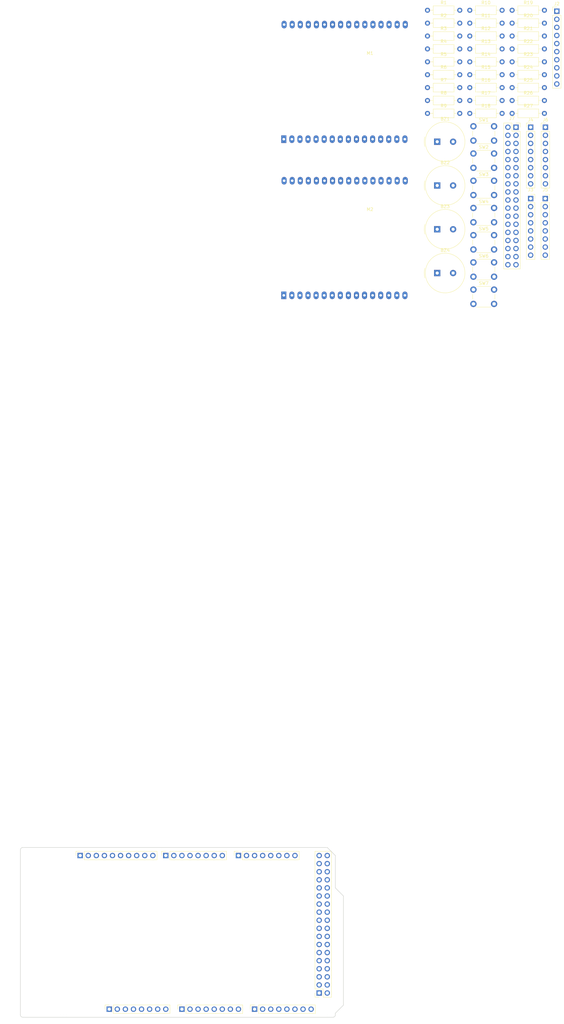
<source format=kicad_pcb>
(kicad_pcb (version 20221018) (generator pcbnew)
  (title_block (date "mar. 31 mars 2015"))
  (layers (0 "F.Cu" signal) (31 "B.Cu" signal) (34 "B.Paste" user) (35 "F.Paste" user) (36 "B.SilkS" user "B.Silkscreen") (37 "F.SilkS" user "F.Silkscreen") (38 "B.Mask" user) (39 "F.Mask" user) (44 "Edge.Cuts" user))
  (net 0 "")
  (net 1 "GND")
  (net 2 "/*52")
  (net 3 "/53")
  (net 4 "/50")
  (net 5 "/51")
  (net 6 "/48")
  (net 7 "/49")
  (net 8 "/*46")
  (net 9 "/47")
  (net 10 "/*44")
  (net 11 "/*45")
  (net 12 "/42")
  (net 13 "/43")
  (net 14 "/40")
  (net 15 "/41")
  (net 16 "/38")
  (net 17 "/39")
  (net 18 "/36")
  (net 19 "/37")
  (net 20 "/34")
  (net 21 "/35")
  (net 22 "/32")
  (net 23 "/33")
  (net 24 "/30")
  (net 25 "/31")
  (net 26 "/28")
  (net 27 "/29")
  (net 28 "/26")
  (net 29 "/27")
  (net 30 "/24")
  (net 31 "/25")
  (net 32 "/22")
  (net 33 "/23")
  (net 34 "+5V")
  (net 35 "/IOREF")
  (net 36 "/A0")
  (net 37 "/A1")
  (net 38 "/A2")
  (net 39 "/A3")
  (net 40 "/A4")
  (net 41 "/A5")
  (net 42 "/A6")
  (net 43 "/A7")
  (net 44 "/A8")
  (net 45 "/A9")
  (net 46 "/A10")
  (net 47 "/A11")
  (net 48 "/A12")
  (net 49 "/A13")
  (net 50 "/A14")
  (net 51 "/A15")
  (net 52 "/AREF")
  (net 53 "/*13")
  (net 54 "/*12")
  (net 55 "/*11")
  (net 56 "/*10")
  (net 57 "/*9")
  (net 58 "/*8")
  (net 59 "/*7")
  (net 60 "/*6")
  (net 61 "/*5")
  (net 62 "/*4")
  (net 63 "/*3")
  (net 64 "/*2")
  (net 65 "/TX0{slash}1")
  (net 66 "/RX0{slash}0")
  (net 67 "+3V3")
  (net 68 "/TX3{slash}14")
  (net 69 "/RX3{slash}15")
  (net 70 "/TX2{slash}16")
  (net 71 "/RX2{slash}17")
  (net 72 "/TX1{slash}18")
  (net 73 "/RX1{slash}19")
  (net 74 "/SDA{slash}20")
  (net 75 "/SCL{slash}21")
  (net 76 "VCC")
  (net 77 "/~{RESET}")
  (net 79 "/1")
  (net 80 "Net-(M1-P_1)")
  (net 81 "Net-(M1-P_2)")
  (net 82 "Net-(M1-P_3)")
  (net 83 "Net-(M1-P_4)")
  (net 84 "Net-(M1-P_5)")
  (net 85 "Net-(M1-P_6)")
  (net 86 "Net-(M1-P_7)")
  (net 87 "Net-(M1-P_8)")
  (net 110 "/21")
  (net 111 "/16")
  (net 112 "/15")
  (net 113 "/14")
  (net 114 "/13")
  (net 115 "/12")
  (net 116 "/11")
  (net 117 "/10")
  (net 118 "/9")
  (net 119 "/8")
  (net 120 "/7")
  (net 121 "/6")
  (net 122 "/5")
  (net 123 "/4")
  (net 124 "/3")
  (net 125 "/2")
  (net 126 "/17")
  (net 127 "/18")
  (net 128 "/19")
  (net 129 "/20")
  (net 152 "Net-(M2-P_1)")
  (net 153 "Net-(M2-P_2)")
  (net 154 "Net-(M2-P_3)")
  (net 155 "Net-(M2-P_4)")
  (net 156 "Net-(M2-P_5)")
  (net 157 "Net-(M2-P_6)")
  (net 158 "Net-(M2-P_7)")
  (net 159 "Net-(M2-P_8)")
  (footprint "Connector_PinSocket_2.54mm:PinSocket_1x08_P2.54mm_Vertical" (layer "F.Cu") (at 259.357 -141.3)
    (fp_text reference "J3" (at 0 -2.77) (layer "F.SilkS"))
    (fp_text value "Analog")
    (pad "1" thru_hole rect (at 0 0) (size 1.7 1.7) (drill 1) (layers "*.Cu" "*.Mask") (net 36 "/A0"))
    (pad "2" thru_hole oval (at 0 2.54) (size 1.7 1.7) (drill 1) (layers "*.Cu" "*.Mask") (net 37 "/A1"))
    (pad "3" thru_hole oval (at 0 5.08) (size 1.7 1.7) (drill 1) (layers "*.Cu" "*.Mask") (net 38 "/A2"))
    (pad "4" thru_hole oval (at 0 7.62) (size 1.7 1.7) (drill 1) (layers "*.Cu" "*.Mask") (net 39 "/A3"))
    (pad "5" thru_hole oval (at 0 10.16) (size 1.7 1.7) (drill 1) (layers "*.Cu" "*.Mask") (net 40 "/A4"))
    (pad "6" thru_hole oval (at 0 12.7) (size 1.7 1.7) (drill 1) (layers "*.Cu" "*.Mask") (net 41 "/A5"))
    (pad "7" thru_hole oval (at 0 15.24) (size 1.7 1.7) (drill 1) (layers "*.Cu" "*.Mask") (net 42 "/A6"))
    (pad "8" thru_hole oval (at 0 17.78) (size 1.7 1.7) (drill 1) (layers "*.Cu" "*.Mask") (net 43 "/A7"))
  )
  (footprint "Resistor_THT:R_Axial_DIN0207_L6.3mm_D2.5mm_P10.16mm_Horizontal" (layer "F.Cu") (at 240.217 -192.35)
    (fp_text reference "R12" (at 5.08 -2.37) (layer "F.SilkS"))
    (fp_text value "220")
    (pad "1" thru_hole circle (at 0 0) (size 1.6 1.6) (drill 0.8) (layers "*.Cu" "*.Mask"))
    (pad "2" thru_hole oval (at 10.16 0) (size 1.6 1.6) (drill 0.8) (layers "*.Cu" "*.Mask"))
  )
  (footprint "Button_Switch_THT:SW_PUSH_6mm_H4.3mm" (layer "F.Cu") (at 241.357 -146.9)
    (fp_text reference "SW3" (at 3.25 -2) (layer "F.SilkS"))
    (fp_text value "SW_Push")
    (pad "1" thru_hole circle (at 0 0 90) (size 2 2) (drill 1.1) (layers "*.Cu" "*.Mask"))
    (pad "1" thru_hole circle (at 6.5 0 90) (size 2 2) (drill 1.1) (layers "*.Cu" "*.Mask"))
    (pad "2" thru_hole circle (at 0 4.5 90) (size 2 2) (drill 1.1) (layers "*.Cu" "*.Mask"))
    (pad "2" thru_hole circle (at 6.5 4.5 90) (size 2 2) (drill 1.1) (layers "*.Cu" "*.Mask"))
  )
  (footprint "Button_Switch_THT:SW_PUSH_6mm_H4.3mm" (layer "F.Cu") (at 241.357 -121.25)
    (fp_text reference "SW6" (at 3.25 -2) (layer "F.SilkS"))
    (fp_text value "SW_Push")
    (pad "1" thru_hole circle (at 0 0 90) (size 2 2) (drill 1.1) (layers "*.Cu" "*.Mask"))
    (pad "1" thru_hole circle (at 6.5 0 90) (size 2 2) (drill 1.1) (layers "*.Cu" "*.Mask"))
    (pad "2" thru_hole circle (at 0 4.5 90) (size 2 2) (drill 1.1) (layers "*.Cu" "*.Mask"))
    (pad "2" thru_hole circle (at 6.5 4.5 90) (size 2 2) (drill 1.1) (layers "*.Cu" "*.Mask"))
  )
  (footprint "Resistor_THT:R_Axial_DIN0207_L6.3mm_D2.5mm_P10.16mm_Horizontal" (layer "F.Cu") (at 226.907 -196.4)
    (fp_text reference "R2" (at 5.08 -2.37) (layer "F.SilkS"))
    (fp_text value "110")
    (pad "1" thru_hole circle (at 0 0) (size 1.6 1.6) (drill 0.8) (layers "*.Cu" "*.Mask") (net 127 "/18"))
    (pad "2" thru_hole oval (at 10.16 0) (size 1.6 1.6) (drill 0.8) (layers "*.Cu" "*.Mask") (net 81 "Net-(M1-P_2)"))
  )
  (footprint "Connector_PinSocket_2.54mm:PinSocket_1x08_P2.54mm_Vertical" (layer "F.Cu") (at 144.577 65.075 90)
    (fp_text reference "J4" hide)
    (fp_text value "PWM")
    (pad "1" thru_hole rect (at 0 0 90) (size 1.7 1.7) (drill 1) (layers "*.Cu" "*.Mask") (net 59 "/*7"))
    (pad "2" thru_hole oval (at 0 2.54 90) (size 1.7 1.7) (drill 1) (layers "*.Cu" "*.Mask") (net 60 "/*6"))
    (pad "3" thru_hole oval (at 0 5.08 90) (size 1.7 1.7) (drill 1) (layers "*.Cu" "*.Mask") (net 61 "/*5"))
    (pad "4" thru_hole oval (at 0 7.62 90) (size 1.7 1.7) (drill 1) (layers "*.Cu" "*.Mask") (net 62 "/*4"))
    (pad "5" thru_hole oval (at 0 10.16 90) (size 1.7 1.7) (drill 1) (layers "*.Cu" "*.Mask") (net 63 "/*3"))
    (pad "6" thru_hole oval (at 0 12.7 90) (size 1.7 1.7) (drill 1) (layers "*.Cu" "*.Mask") (net 64 "/*2"))
    (pad "7" thru_hole oval (at 0 15.24 90) (size 1.7 1.7) (drill 1) (layers "*.Cu" "*.Mask") (net 65 "/TX0{slash}1"))
    (pad "8" thru_hole oval (at 0 17.78 90) (size 1.7 1.7) (drill 1) (layers "*.Cu" "*.Mask") (net 66 "/RX0{slash}0"))
  )
  (footprint "Resistor_THT:R_Axial_DIN0207_L6.3mm_D2.5mm_P10.16mm_Horizontal" (layer "F.Cu") (at 226.907 -192.35)
    (fp_text reference "R3" (at 5.08 -2.37) (layer "F.SilkS"))
    (fp_text value "110")
    (pad "1" thru_hole circle (at 0 0) (size 1.6 1.6) (drill 0.8) (layers "*.Cu" "*.Mask") (net 128 "/19"))
    (pad "2" thru_hole oval (at 10.16 0) (size 1.6 1.6) (drill 0.8) (layers "*.Cu" "*.Mask") (net 82 "Net-(M1-P_3)"))
  )
  (footprint "Button_Switch_THT:SW_PUSH_6mm_H4.3mm" (layer "F.Cu") (at 241.357 -129.8)
    (fp_text reference "SW5" (at 3.25 -2) (layer "F.SilkS"))
    (fp_text value "SW_Push")
    (pad "1" thru_hole circle (at 0 0 90) (size 2 2) (drill 1.1) (layers "*.Cu" "*.Mask"))
    (pad "1" thru_hole circle (at 6.5 0 90) (size 2 2) (drill 1.1) (layers "*.Cu" "*.Mask"))
    (pad "2" thru_hole circle (at 0 4.5 90) (size 2 2) (drill 1.1) (layers "*.Cu" "*.Mask"))
    (pad "2" thru_hole circle (at 6.5 4.5 90) (size 2 2) (drill 1.1) (layers "*.Cu" "*.Mask"))
  )
  (footprint "RGBMatrix:RGBMatrix" (layer "F.Cu") (at 200.807 -177.95)
    (fp_text reference "M1" (at 8 -9 180) (layer "F.SilkS"))
    (fp_text value "RGBMatrix")
    (pad "1" thru_hole rect (at -19.1 18 90) (size 2.4 1.6) (drill 0.8) (layers "*.Cu" "*.Mask") (net 79 "/1"))
    (pad "2" thru_hole oval (at -16.56 18 90) (size 2.4 1.6) (drill 0.8) (layers "*.Cu" "*.Mask") (net 125 "/2"))
    (pad "3" thru_hole oval (at -14.02 18 90) (size 2.4 1.6) (drill 0.8) (layers "*.Cu" "*.Mask") (net 124 "/3"))
    (pad "4" thru_hole oval (at -11.48 18 90) (size 2.4 1.6) (drill 0.8) (layers "*.Cu" "*.Mask") (net 123 "/4"))
    (pad "5" thru_hole oval (at -8.94 18 90) (size 2.4 1.6) (drill 0.8) (layers "*.Cu" "*.Mask") (net 122 "/5"))
    (pad "6" thru_hole oval (at -6.4 18 90) (size 2.4 1.6) (drill 0.8) (layers "*.Cu" "*.Mask") (net 121 "/6"))
    (pad "7" thru_hole oval (at -3.86 18 90) (size 2.4 1.6) (drill 0.8) (layers "*.Cu" "*.Mask") (net 120 "/7"))
    (pad "8" thru_hole oval (at -1.32 18 90) (size 2.4 1.6) (drill 0.8) (layers "*.Cu" "*.Mask") (net 119 "/8"))
    (pad "9" thru_hole oval (at 1.22 18 90) (size 2.4 1.6) (drill 0.8) (layers "*.Cu" "*.Mask") (net 118 "/9"))
    (pad "10" thru_hole oval (at 3.76 18 90) (size 2.4 1.6) (drill 0.8) (layers "*.Cu" "*.Mask") (net 117 "/10"))
    (pad "11" thru_hole oval (at 6.3 18 90) (size 2.4 1.6) (drill 0.8) (layers "*.Cu" "*.Mask") (net 116 "/11"))
    (pad "12" thru_hole oval (at 8.84 18 90) (size 2.4 1.6) (drill 0.8) (layers "*.Cu" "*.Mask") (net 115 "/12"))
    (pad "13" thru_hole oval (at 11.38 18 90) (size 2.4 1.6) (drill 0.8) (layers "*.Cu" "*.Mask") (net 114 "/13"))
    (pad "14" thru_hole oval (at 13.92 18 90) (size 2.4 1.6) (drill 0.8) (layers "*.Cu" "*.Mask") (net 113 "/14"))
    (pad "15" thru_hole oval (at 16.46 18 90) (size 2.4 1.6) (drill 0.8) (layers "*.Cu" "*.Mask") (net 112 "/15"))
    (pad "16" thru_hole oval (at 19 18 90) (size 2.4 1.6) (drill 0.8) (layers "*.Cu" "*.Mask") (net 111 "/16"))
    (pad "17" thru_hole oval (at 19.1 -18 90) (size 2.4 1.6) (drill 0.8) (layers "*.Cu" "*.Mask") (net 80 "Net-(M1-P_1)"))
    (pad "18" thru_hole oval (at 16.56 -18 90) (size 2.4 1.6) (drill 0.8) (layers "*.Cu" "*.Mask") (net 81 "Net-(M1-P_2)"))
    (pad "19" thru_hole oval (at 14.02 -18 90) (size 2.4 1.6) (drill 0.8) (layers "*.Cu" "*.Mask") (net 82 "Net-(M1-P_3)"))
    (pad "20" thru_hole oval (at 11.48 -18 90) (size 2.4 1.6) (drill 0.8) (layers "*.Cu" "*.Mask") (net 83 "Net-(M1-P_4)"))
    (pad "21" thru_hole oval (at 8.94 -18 90) (size 2.4 1.6) (drill 0.8) (layers "*.Cu" "*.Mask") (net 110 "/21"))
    (pad "22" thru_hole oval (at 6.4 -18 90) (size 2.4 1.6) (drill 0.8) (layers "*.Cu" "*.Mask") (net 32 "/22"))
    (pad "23" thru_hole oval (at 3.86 -18 90) (size 2.4 1.6) (drill 0.8) (layers "*.Cu" "*.Mask") (net 33 "/23"))
    (pad "24" thru_hole oval (at 1.32 -18 90) (size 2.4 1.6) (drill 0.8) (layers "*.Cu" "*.Mask") (net 30 "/24"))
    (pad "25" thru_hole oval (at -1.22 -18 90) (size 2.4 1.6) (drill 0.8) (layers "*.Cu" "*.Mask") (net 31 "/25"))
    (pad "26" thru_hole oval (at -3.76 -18 90) (size 2.4 1.6) (drill 0.8) (layers "*.Cu" "*.Mask") (net 28 "/26"))
    (pad "27" thru_hole oval (at -6.3 -18 90) (size 2.4 1.6) (drill 0.8) (layers "*.Cu" "*.Mask") (net 29 "/27"))
    (pad "28" thru_hole oval (at -8.84 -18 90) (size 2.4 1.6) (drill 0.8) (layers "*.Cu" "*.Mask") (net 26 "/28"))
    (pad "29" thru_hole oval (at -11.38 -18 90) (size 2.4 1.6) (drill 0.8) (layers "*.Cu" "*.Mask") (net 84 "Net-(M1-P_5)"))
    (pad "30" thru_hole oval (at -13.92 -18 90) (size 2.4 1.6) (drill 0.8) (layers "*.Cu" "*.Mask") (net 85 "Net-(M1-P_6)"))
    (pad "31" thru_hole oval (at -16.46 -18 90) (size 2.4 1.6) (drill 0.8) (layers "*.Cu" "*.Mask") (net 86 "Net-(M1-P_7)"))
    (pad "32" thru_hole oval (at -19 -18 90) (size 2.4 1.6) (drill 0.8) (layers "*.Cu" "*.Mask") (net 87 "Net-(M1-P_8)"))
  )
  (footprint "Resistor_THT:R_Axial_DIN0207_L6.3mm_D2.5mm_P10.16mm_Horizontal" (layer "F.Cu") (at 253.527 -176.15)
    (fp_text reference "R25" (at 5.08 -2.37) (layer "F.SilkS"))
    (fp_text value "110")
    (pad "1" thru_hole circle (at 0 0) (size 1.6 1.6) (drill 0.8) (layers "*.Cu" "*.Mask") (net 128 "/19"))
    (pad "2" thru_hole oval (at 10.16 0) (size 1.6 1.6) (drill 0.8) (layers "*.Cu" "*.Mask") (net 154 "Net-(M2-P_3)"))
  )
  (footprint "Connector_PinSocket_2.54mm:PinSocket_1x08_P2.54mm_Vertical" (layer "F.Cu") (at 149.657 113.335 90)
    (fp_text reference "J3" hide)
    (fp_text value "Analog")
    (pad "1" thru_hole rect (at 0 0 90) (size 1.7 1.7) (drill 1) (layers "*.Cu" "*.Mask") (net 36 "/A0"))
    (pad "2" thru_hole oval (at 0 2.54 90) (size 1.7 1.7) (drill 1) (layers "*.Cu" "*.Mask") (net 37 "/A1"))
    (pad "3" thru_hole oval (at 0 5.08 90) (size 1.7 1.7) (drill 1) (layers "*.Cu" "*.Mask") (net 38 "/A2"))
    (pad "4" thru_hole oval (at 0 7.62 90) (size 1.7 1.7) (drill 1) (layers "*.Cu" "*.Mask") (net 39 "/A3"))
    (pad "5" thru_hole oval (at 0 10.16 90) (size 1.7 1.7) (drill 1) (layers "*.Cu" "*.Mask") (net 40 "/A4"))
    (pad "6" thru_hole oval (at 0 12.7 90) (size 1.7 1.7) (drill 1) (layers "*.Cu" "*.Mask") (net 41 "/A5"))
    (pad "7" thru_hole oval (at 0 15.24 90) (size 1.7 1.7) (drill 1) (layers "*.Cu" "*.Mask") (net 42 "/A6"))
    (pad "8" thru_hole oval (at 0 17.78 90) (size 1.7 1.7) (drill 1) (layers "*.Cu" "*.Mask") (net 43 "/A7"))
  )
  (footprint "Connector_PinHeader_2.54mm:PinHeader_1x08_P2.54mm_Vertical" (layer "F.Cu") (at 259.357 -163.7)
    (fp_text reference "J4" (at 0 -2.33) (layer "F.SilkS"))
    (fp_text value "PWM")
    (pad "1" thru_hole rect (at 0 0) (size 1.7 1.7) (drill 1) (layers "*.Cu" "*.Mask") (net 59 "/*7"))
    (pad "2" thru_hole oval (at 0 2.54) (size 1.7 1.7) (drill 1) (layers "*.Cu" "*.Mask") (net 60 "/*6"))
    (pad "3" thru_hole oval (at 0 5.08) (size 1.7 1.7) (drill 1) (layers "*.Cu" "*.Mask") (net 61 "/*5"))
    (pad "4" thru_hole oval (at 0 7.62) (size 1.7 1.7) (drill 1) (layers "*.Cu" "*.Mask") (net 62 "/*4"))
    (pad "5" thru_hole oval (at 0 10.16) (size 1.7 1.7) (drill 1) (layers "*.Cu" "*.Mask") (net 63 "/*3"))
    (pad "6" thru_hole oval (at 0 12.7) (size 1.7 1.7) (drill 1) (layers "*.Cu" "*.Mask") (net 64 "/*2"))
    (pad "7" thru_hole oval (at 0 15.24) (size 1.7 1.7) (drill 1) (layers "*.Cu" "*.Mask") (net 65 "/TX0{slash}1"))
    (pad "8" thru_hole oval (at 0 17.78) (size 1.7 1.7) (drill 1) (layers "*.Cu" "*.Mask") (net 66 "/RX0{slash}0"))
  )
  (footprint "Resistor_THT:R_Axial_DIN0207_L6.3mm_D2.5mm_P10.16mm_Horizontal" (layer "F.Cu") (at 253.527 -180.2)
    (fp_text reference "R24" (at 5.08 -2.37) (layer "F.SilkS"))
    (fp_text value "110")
    (pad "1" thru_hole circle (at 0 0) (size 1.6 1.6) (drill 0.8) (layers "*.Cu" "*.Mask") (net 129 "/20"))
    (pad "2" thru_hole oval (at 10.16 0) (size 1.6 1.6) (drill 0.8) (layers "*.Cu" "*.Mask") (net 155 "Net-(M2-P_4)"))
  )
  (footprint "Resistor_THT:R_Axial_DIN0207_L6.3mm_D2.5mm_P10.16mm_Horizontal" (layer "F.Cu") (at 240.217 -180.2)
    (fp_text reference "R15" (at 5.08 -2.37) (layer "F.SilkS"))
    (fp_text value "10k")
    (pad "1" thru_hole circle (at 0 0) (size 1.6 1.6) (drill 0.8) (layers "*.Cu" "*.Mask"))
    (pad "2" thru_hole oval (at 10.16 0) (size 1.6 1.6) (drill 0.8) (layers "*.Cu" "*.Mask"))
  )
  (footprint "Connector_PinSocket_2.54mm:PinSocket_1x08_P2.54mm_Vertical" (layer "F.Cu") (at 263.957 -141.3)
    (fp_text reference "J5" (at 0 -2.77) (layer "F.SilkS"))
    (fp_text value "Analog")
    (pad "1" thru_hole rect (at 0 0) (size 1.7 1.7) (drill 1) (layers "*.Cu" "*.Mask") (net 44 "/A8"))
    (pad "2" thru_hole oval (at 0 2.54) (size 1.7 1.7) (drill 1) (layers "*.Cu" "*.Mask") (net 45 "/A9"))
    (pad "3" thru_hole oval (at 0 5.08) (size 1.7 1.7) (drill 1) (layers "*.Cu" "*.Mask") (net 46 "/A10"))
    (pad "4" thru_hole oval (at 0 7.62) (size 1.7 1.7) (drill 1) (layers "*.Cu" "*.Mask") (net 47 "/A11"))
    (pad "5" thru_hole oval (at 0 10.16) (size 1.7 1.7) (drill 1) (layers "*.Cu" "*.Mask") (net 48 "/A12"))
    (pad "6" thru_hole oval (at 0 12.7) (size 1.7 1.7) (drill 1) (layers "*.Cu" "*.Mask") (net 49 "/A13"))
    (pad "7" thru_hole oval (at 0 15.24) (size 1.7 1.7) (drill 1) (layers "*.Cu" "*.Mask") (net 50 "/A14"))
    (pad "8" thru_hole oval (at 0 17.78) (size 1.7 1.7) (drill 1) (layers "*.Cu" "*.Mask") (net 51 "/A15"))
  )
  (footprint "Arduino_MountingHole:MountingHole_3.2mm" (layer "F.Cu") (at 114.097 65.075)
    (fp_text reference "MH1" hide)
    (fp_text value "MountingHole_3.2mm" hide)
    (pad "" np_thru_hole circle (at 0 0) (size 3.2 3.2) (drill 3.2) (layers "F&B.Cu" "*.Mask"))
  )
  (footprint "Button_Switch_THT:SW_PUSH_6mm_H4.3mm" (layer "F.Cu") (at 241.357 -138.35)
    (fp_text reference "SW4" (at 3.25 -2) (layer "F.SilkS"))
    (fp_text value "SW_Push")
    (pad "1" thru_hole circle (at 0 0 90) (size 2 2) (drill 1.1) (layers "*.Cu" "*.Mask"))
    (pad "1" thru_hole circle (at 6.5 0 90) (size 2 2) (drill 1.1) (layers "*.Cu" "*.Mask"))
    (pad "2" thru_hole circle (at 0 4.5 90) (size 2 2) (drill 1.1) (layers "*.Cu" "*.Mask"))
    (pad "2" thru_hole circle (at 6.5 4.5 90) (size 2 2) (drill 1.1) (layers "*.Cu" "*.Mask"))
  )
  (footprint "Connector_PinHeader_2.54mm:PinHeader_1x08_P2.54mm_Vertical" (layer "F.Cu") (at 264.007 -163.7)
    (fp_text reference "J6" (at 0 -2.33) (layer "F.SilkS"))
    (fp_text value "Communication")
    (pad "1" thru_hole rect (at 0 0) (size 1.7 1.7) (drill 1) (layers "*.Cu" "*.Mask") (net 68 "/TX3{slash}14"))
    (pad "2" thru_hole oval (at 0 2.54) (size 1.7 1.7) (drill 1) (layers "*.Cu" "*.Mask") (net 69 "/RX3{slash}15"))
    (pad "3" thru_hole oval (at 0 5.08) (size 1.7 1.7) (drill 1) (layers "*.Cu" "*.Mask") (net 70 "/TX2{slash}16"))
    (pad "4" thru_hole oval (at 0 7.62) (size 1.7 1.7) (drill 1) (layers "*.Cu" "*.Mask") (net 71 "/RX2{slash}17"))
    (pad "5" thru_hole oval (at 0 10.16) (size 1.7 1.7) (drill 1) (layers "*.Cu" "*.Mask") (net 72 "/TX1{slash}18"))
    (pad "6" thru_hole oval (at 0 12.7) (size 1.7 1.7) (drill 1) (layers "*.Cu" "*.Mask") (net 73 "/RX1{slash}19"))
    (pad "7" thru_hole oval (at 0 15.24) (size 1.7 1.7) (drill 1) (layers "*.Cu" "*.Mask") (net 74 "/SDA{slash}20"))
    (pad "8" thru_hole oval (at 0 17.78) (size 1.7 1.7) (drill 1) (layers "*.Cu" "*.Mask") (net 75 "/SCL{slash}21"))
  )
  (footprint "Connector_PinHeader_2.54mm:PinHeader_1x10_P2.54mm_Vertical" (layer "F.Cu") (at 267.587 -200.15)
    (fp_text reference "J2" (at 0 -2.33) (layer "F.SilkS"))
    (fp_text value "PWM")
    (pad "1" thru_hole rect (at 0 0) (size 1.7 1.7) (drill 1) (layers "*.Cu" "*.Mask") (net 75 "/SCL{slash}21"))
    (pad "2" thru_hole oval (at 0 2.54) (size 1.7 1.7) (drill 1) (layers "*.Cu" "*.Mask") (net 74 "/SDA{slash}20"))
    (pad "3" thru_hole oval (at 0 5.08) (size 1.7 1.7) (drill 1) (layers "*.Cu" "*.Mask") (net 52 "/AREF"))
    (pad "4" thru_hole oval (at 0 7.62) (size 1.7 1.7) (drill 1) (layers "*.Cu" "*.Mask") (net 1 "GND"))
    (pad "5" thru_hole oval (at 0 10.16) (size 1.7 1.7) (drill 1) (layers "*.Cu" "*.Mask") (net 53 "/*13"))
    (pad "6" thru_hole oval (at 0 12.7) (size 1.7 1.7) (drill 1) (layers "*.Cu" "*.Mask") (net 54 "/*12"))
    (pad "7" thru_hole oval (at 0 15.24) (size 1.7 1.7) (drill 1) (layers "*.Cu" "*.Mask") (net 55 "/*11"))
    (pad "8" thru_hole oval (at 0 17.78) (size 1.7 1.7) (drill 1) (layers "*.Cu" "*.Mask") (net 56 "/*10"))
    (pad "9" thru_hole oval (at 0 20.32) (size 1.7 1.7) (drill 1) (layers "*.Cu" "*.Mask") (net 57 "/*9"))
    (pad "10" thru_hole oval (at 0 22.86) (size 1.7 1.7) (drill 1) (layers "*.Cu" "*.Mask") (net 58 "/*8"))
  )
  (footprint "Connector_PinSocket_2.54mm:PinSocket_1x10_P2.54mm_Vertical" (layer "F.Cu") (at 117.653 65.075 90)
    (fp_text reference "J2" hide)
    (fp_text value "PWM")
    (pad "1" thru_hole rect (at 0 0 90) (size 1.7 1.7) (drill 1) (layers "*.Cu" "*.Mask") (net 75 "/SCL{slash}21"))
    (pad "2" thru_hole oval (at 0 2.54 90) (size 1.7 1.7) (drill 1) (layers "*.Cu" "*.Mask") (net 74 "/SDA{slash}20"))
    (pad "3" thru_hole oval (at 0 5.08 90) (size 1.7 1.7) (drill 1) (layers "*.Cu" "*.Mask") (net 52 "/AREF"))
    (pad "4" thru_hole oval (at 0 7.62 90) (size 1.7 1.7) (drill 1) (layers "*.Cu" "*.Mask") (net 1 "GND"))
    (pad "5" thru_hole oval (at 0 10.16 90) (size 1.7 1.7) (drill 1) (layers "*.Cu" "*.Mask") (net 53 "/*13"))
    (pad "6" thru_hole oval (at 0 12.7 90) (size 1.7 1.7) (drill 1) (layers "*.Cu" "*.Mask") (net 54 "/*12"))
    (pad "7" thru_hole oval (at 0 15.24 90) (size 1.7 1.7) (drill 1) (layers "*.Cu" "*.Mask") (net 55 "/*11"))
    (pad "8" thru_hole oval (at 0 17.78 90) (size 1.7 1.7) (drill 1) (layers "*.Cu" "*.Mask") (net 56 "/*10"))
    (pad "9" thru_hole oval (at 0 20.32 90) (size 1.7 1.7) (drill 1) (layers "*.Cu" "*.Mask") (net 57 "/*9"))
    (pad "10" thru_hole oval (at 0 22.86 90) (size 1.7 1.7) (drill 1) (layers "*.Cu" "*.Mask") (net 58 "/*8"))
  )
  (footprint "Resistor_THT:R_Axial_DIN0207_L6.3mm_D2.5mm_P10.16mm_Horizontal" (layer "F.Cu") (at 226.907 -172.1)
    (fp_text reference "R8" (at 5.08 -2.37) (layer "F.SilkS"))
    (fp_text value "110")
    (pad "1" thru_hole circle (at 0 0) (size 1.6 1.6) (drill 0.8) (layers "*.Cu" "*.Mask") (net 22 "/32"))
    (pad "2" thru_hole oval (at 10.16 0) (size 1.6 1.6) (drill 0.8) (layers "*.Cu" "*.Mask") (net 87 "Net-(M1-P_8)"))
  )
  (footprint "Resistor_THT:R_Axial_DIN0207_L6.3mm_D2.5mm_P10.16mm_Horizontal" (layer "F.Cu") (at 240.217 -200.45)
    (fp_text reference "R10" (at 5.08 -2.37) (layer "F.SilkS"))
    (fp_text value "220")
    (pad "1" thru_hole circle (at 0 0) (size 1.6 1.6) (drill 0.8) (layers "*.Cu" "*.Mask"))
    (pad "2" thru_hole oval (at 10.16 0) (size 1.6 1.6) (drill 0.8) (layers "*.Cu" "*.Mask"))
  )
  (footprint "Resistor_THT:R_Axial_DIN0207_L6.3mm_D2.5mm_P10.16mm_Horizontal" (layer "F.Cu") (at 240.217 -184.25)
    (fp_text reference "R14" (at 5.08 -2.37) (layer "F.SilkS"))
    (fp_text value "10k")
    (pad "1" thru_hole circle (at 0 0) (size 1.6 1.6) (drill 0.8) (layers "*.Cu" "*.Mask"))
    (pad "2" thru_hole oval (at 10.16 0) (size 1.6 1.6) (drill 0.8) (layers "*.Cu" "*.Mask"))
  )
  (footprint "RGBMatrix:RGBMatrix" (layer "F.Cu") (at 200.807 -128.9)
    (fp_text reference "M2" (at 8 -9 180) (layer "F.SilkS"))
    (fp_text value "RGBMatrix")
    (pad "1" thru_hole rect (at -19.1 18 90) (size 2.4 1.6) (drill 0.8) (layers "*.Cu" "*.Mask") (net 79 "/1"))
    (pad "2" thru_hole oval (at -16.56 18 90) (size 2.4 1.6) (drill 0.8) (layers "*.Cu" "*.Mask") (net 125 "/2"))
    (pad "3" thru_hole oval (at -14.02 18 90) (size 2.4 1.6) (drill 0.8) (layers "*.Cu" "*.Mask") (net 124 "/3"))
    (pad "4" thru_hole oval (at -11.48 18 90) (size 2.4 1.6) (drill 0.8) (layers "*.Cu" "*.Mask") (net 123 "/4"))
    (pad "5" thru_hole oval (at -8.94 18 90) (size 2.4 1.6) (drill 0.8) (layers "*.Cu" "*.Mask") (net 122 "/5"))
    (pad "6" thru_hole oval (at -6.4 18 90) (size 2.4 1.6) (drill 0.8) (layers "*.Cu" "*.Mask") (net 121 "/6"))
    (pad "7" thru_hole oval (at -3.86 18 90) (size 2.4 1.6) (drill 0.8) (layers "*.Cu" "*.Mask") (net 120 "/7"))
    (pad "8" thru_hole oval (at -1.32 18 90) (size 2.4 1.6) (drill 0.8) (layers "*.Cu" "*.Mask") (net 119 "/8"))
    (pad "9" thru_hole oval (at 1.22 18 90) (size 2.4 1.6) (drill 0.8) (layers "*.Cu" "*.Mask") (net 118 "/9"))
    (pad "10" thru_hole oval (at 3.76 18 90) (size 2.4 1.6) (drill 0.8) (layers "*.Cu" "*.Mask") (net 117 "/10"))
    (pad "11" thru_hole oval (at 6.3 18 90) (size 2.4 1.6) (drill 0.8) (layers "*.Cu" "*.Mask") (net 116 "/11"))
    (pad "12" thru_hole oval (at 8.84 18 90) (size 2.4 1.6) (drill 0.8) (layers "*.Cu" "*.Mask") (net 115 "/12"))
    (pad "13" thru_hole oval (at 11.38 18 90) (size 2.4 1.6) (drill 0.8) (layers "*.Cu" "*.Mask") (net 114 "/13"))
    (pad "14" thru_hole oval (at 13.92 18 90) (size 2.4 1.6) (drill 0.8) (layers "*.Cu" "*.Mask") (net 113 "/14"))
    (pad "15" thru_hole oval (at 16.46 18 90) (size 2.4 1.6) (drill 0.8) (layers "*.Cu" "*.Mask") (net 112 "/15"))
    (pad "16" thru_hole oval (at 19 18 90) (size 2.4 1.6) (drill 0.8) (layers "*.Cu" "*.Mask") (net 111 "/16"))
    (pad "17" thru_hole oval (at 19.1 -18 90) (size 2.4 1.6) (drill 0.8) (layers "*.Cu" "*.Mask") (net 152 "Net-(M2-P_1)"))
    (pad "18" thru_hole oval (at 16.56 -18 90) (size 2.4 1.6) (drill 0.8) (layers "*.Cu" "*.Mask") (net 153 "Net-(M2-P_2)"))
    (pad "19" thru_hole oval (at 14.02 -18 90) (size 2.4 1.6) (drill 0.8) (layers "*.Cu" "*.Mask") (net 154 "Net-(M2-P_3)"))
    (pad "20" thru_hole oval (at 11.48 -18 90) (size 2.4 1.6) (drill 0.8) (layers "*.Cu" "*.Mask") (net 155 "Net-(M2-P_4)"))
    (pad "21" thru_hole oval (at 8.94 -18 90) (size 2.4 1.6) (drill 0.8) (layers "*.Cu" "*.Mask") (net 110 "/21"))
    (pad "22" thru_hole oval (at 6.4 -18 90) (size 2.4 1.6) (drill 0.8) (layers "*.Cu" "*.Mask") (net 32 "/22"))
    (pad "23" thru_hole oval (at 3.86 -18 90) (size 2.4 1.6) (drill 0.8) (layers "*.Cu" "*.Mask") (net 33 "/23"))
    (pad "24" thru_hole oval (at 1.32 -18 90) (size 2.4 1.6) (drill 0.8) (layers "*.Cu" "*.Mask") (net 30 "/24"))
    (pad "25" thru_hole oval (at -1.22 -18 90) (size 2.4 1.6) (drill 0.8) (layers "*.Cu" "*.Mask") (net 31 "/25"))
    (pad "26" thru_hole oval (at -3.76 -18 90) (size 2.4 1.6) (drill 0.8) (layers "*.Cu" "*.Mask") (net 28 "/26"))
    (pad "27" thru_hole oval (at -6.3 -18 90) (size 2.4 1.6) (drill 0.8) (layers "*.Cu" "*.Mask") (net 29 "/27"))
    (pad "28" thru_hole oval (at -8.84 -18 90) (size 2.4 1.6) (drill 0.8) (layers "*.Cu" "*.Mask") (net 26 "/28"))
    (pad "29" thru_hole oval (at -11.38 -18 90) (size 2.4 1.6) (drill 0.8) (layers "*.Cu" "*.Mask") (net 156 "Net-(M2-P_5)"))
    (pad "30" thru_hole oval (at -13.92 -18 90) (size 2.4 1.6) (drill 0.8) (layers "*.Cu" "*.Mask") (net 157 "Net-(M2-P_6)"))
    (pad "31" thru_hole oval (at -16.46 -18 90) (size 2.4 1.6) (drill 0.8) (layers "*.Cu" "*.Mask") (net 158 "Net-(M2-P_7)"))
    (pad "32" thru_hole oval (at -19 -18 90) (size 2.4 1.6) (drill 0.8) (layers "*.Cu" "*.Mask") (net 159 "Net-(M2-P_8)"))
  )
  (footprint "Buzzer_Beeper:Buzzer_TDK_PS1240P02BT_D12.2mm_H6.5mm" (layer "F.Cu") (at 229.965431 -117.9)
    (fp_text reference "BZ4" (at 2.5 -7.17) (layer "F.SilkS"))
    (fp_text value "Passive Buzzer")
    (pad "1" thru_hole rect (at 0 0) (size 2 2) (drill 1) (layers "*.Cu" "*.Mask"))
    (pad "2" thru_hole circle (at 5 0) (size 2 2) (drill 1) (layers "*.Cu" "*.Mask"))
  )
  (footprint "Button_Switch_THT:SW_PUSH_6mm_H4.3mm" (layer "F.Cu") (at 241.357 -112.7)
    (fp_text reference "SW7" (at 3.25 -2) (layer "F.SilkS"))
    (fp_text value "SW_Push")
    (pad "1" thru_hole circle (at 0 0 90) (size 2 2) (drill 1.1) (layers "*.Cu" "*.Mask"))
    (pad "1" thru_hole circle (at 6.5 0 90) (size 2 2) (drill 1.1) (layers "*.Cu" "*.Mask"))
    (pad "2" thru_hole circle (at 0 4.5 90) (size 2 2) (drill 1.1) (layers "*.Cu" "*.Mask"))
    (pad "2" thru_hole circle (at 6.5 4.5 90) (size 2 2) (drill 1.1) (layers "*.Cu" "*.Mask"))
  )
  (footprint "Resistor_THT:R_Axial_DIN0207_L6.3mm_D2.5mm_P10.16mm_Horizontal" (layer "F.Cu") (at 253.527 -172.1)
    (fp_text reference "R26" (at 5.08 -2.37) (layer "F.SilkS"))
    (fp_text value "110")
    (pad "1" thru_hole circle (at 0 0) (size 1.6 1.6) (drill 0.8) (layers "*.Cu" "*.Mask") (net 127 "/18"))
    (pad "2" thru_hole oval (at 10.16 0) (size 1.6 1.6) (drill 0.8) (layers "*.Cu" "*.Mask") (net 153 "Net-(M2-P_2)"))
  )
  (footprint "Resistor_THT:R_Axial_DIN0207_L6.3mm_D2.5mm_P10.16mm_Horizontal" (layer "F.Cu") (at 253.527 -196.4)
    (fp_text reference "R20" (at 5.08 -2.37) (layer "F.SilkS"))
    (fp_text value "110")
    (pad "1" thru_hole circle (at 0 0) (size 1.6 1.6) (drill 0.8) (layers "*.Cu" "*.Mask") (net 22 "/32"))
    (pad "2" thru_hole oval (at 10.16 0) (size 1.6 1.6) (drill 0.8) (layers "*.Cu" "*.Mask") (net 159 "Net-(M2-P_8)"))
  )
  (footprint "Resistor_THT:R_Axial_DIN0207_L6.3mm_D2.5mm_P10.16mm_Horizontal" (layer "F.Cu") (at 240.217 -188.3)
    (fp_text reference "R13" (at 5.08 -2.37) (layer "F.SilkS"))
    (fp_text value "10k")
    (pad "1" thru_hole circle (at 0 0) (size 1.6 1.6) (drill 0.8) (layers "*.Cu" "*.Mask"))
    (pad "2" thru_hole oval (at 10.16 0) (size 1.6 1.6) (drill 0.8) (layers "*.Cu" "*.Mask"))
  )
  (footprint "Buzzer_Beeper:Buzzer_TDK_PS1240P02BT_D12.2mm_H6.5mm" (layer "F.Cu") (at 229.965431 -131.65)
    (fp_text reference "BZ3" (at 2.5 -7.17) (layer "F.SilkS"))
    (fp_text value "Passive Buzzer")
    (pad "1" thru_hole rect (at 0 0) (size 2 2) (drill 1) (layers "*.Cu" "*.Mask"))
    (pad "2" thru_hole circle (at 5 0) (size 2 2) (drill 1) (layers "*.Cu" "*.Mask"))
  )
  (footprint "Connector_PinSocket_2.54mm:PinSocket_1x08_P2.54mm_Vertical" (layer "F.Cu") (at 167.437 65.075 90)
    (fp_text reference "J6" hide)
    (fp_text value "Communication")
    (pad "1" thru_hole rect (at 0 0 90) (size 1.7 1.7) (drill 1) (layers "*.Cu" "*.Mask") (net 68 "/TX3{slash}14"))
    (pad "2" thru_hole oval (at 0 2.54 90) (size 1.7 1.7) (drill 1) (layers "*.Cu" "*.Mask") (net 69 "/RX3{slash}15"))
    (pad "3" thru_hole oval (at 0 5.08 90) (size 1.7 1.7) (drill 1) (layers "*.Cu" "*.Mask") (net 70 "/TX2{slash}16"))
    (pad "4" thru_hole oval (at 0 7.62 90) (size 1.7 1.7) (drill 1) (layers "*.Cu" "*.Mask") (net 71 "/RX2{slash}17"))
    (pad "5" thru_hole oval (at 0 10.16 90) (size 1.7 1.7) (drill 1) (layers "*.Cu" "*.Mask") (net 72 "/TX1{slash}18"))
    (pad "6" thru_hole oval (at 0 12.7 90) (size 1.7 1.7) (drill 1) (layers "*.Cu" "*.Mask") (net 73 "/RX1{slash}19"))
    (pad "7" thru_hole oval (at 0 15.24 90) (size 1.7 1.7) (drill 1) (layers "*.Cu" "*.Mask") (net 74 "/SDA{slash}20"))
    (pad "8" thru_hole oval (at 0 17.78 90) (size 1.7 1.7) (drill 1) (layers "*.Cu" "*.Mask") (net 75 "/SCL{slash}21"))
  )
  (footprint "Connector_PinSocket_2.54mm:PinSocket_2x18_P2.54mm_Vertical" (layer "F.Cu") (at 192.837 108.255 180)
    (fp_text reference "J7" hide)
    (fp_text value "Digital")
    (pad "1" thru_hole rect (at 0 0 180) (size 1.7 1.7) (drill 1) (layers "*.Cu" "*.Mask") (net 1 "GND"))
    (pad "2" thru_hole oval (at -2.54 0 180) (size 1.7 1.7) (drill 1) (layers "*.Cu" "*.Mask") (net 1 "GND"))
    (pad "3" thru_hole oval (at 0 2.54 180) (size 1.7 1.7) (drill 1) (layers "*.Cu" "*.Mask") (net 2 "/*52"))
    (pad "4" thru_hole oval (at -2.54 2.54 180) (size 1.7 1.7) (drill 1) (layers "*.Cu" "*.Mask") (net 3 "/53"))
    (pad "5" thru_hole oval (at 0 5.08 180) (size 1.7 1.7) (drill 1) (layers "*.Cu" "*.Mask") (net 4 "/50"))
    (pad "6" thru_hole oval (at -2.54 5.08 180) (size 1.7 1.7) (drill 1) (layers "*.Cu" "*.Mask") (net 5 "/51"))
    (pad "7" thru_hole oval (at 0 7.62 180) (size 1.7 1.7) (drill 1) (layers "*.Cu" "*.Mask") (net 6 "/48"))
    (pad "8" thru_hole oval (at -2.54 7.62 180) (size 1.7 1.7) (drill 1) (layers "*.Cu" "*.Mask") (net 7 "/49"))
    (pad "9" thru_hole oval (at 0 10.16 180) (size 1.7 1.7) (drill 1) (layers "*.Cu" "*.Mask") (net 8 "/*46"))
    (pad "10" thru_hole oval (at -2.54 10.16 180) (size 1.7 1.7) (drill 1) (layers "*.Cu" "*.Mask") (net 9 "/47"))
    (pad "11" thru_hole oval (at 0 12.7 180) (size 1.7 1.7) (drill 1) (layers "*.Cu" "*.Mask") (net 10 "/*44"))
    (pad "12" thru_hole oval (at -2.54 12.7 180) (size 1.7 1.7) (drill 1) (layers "*.Cu" "*.Mask") (net 11 "/*45"))
    (pad "13" thru_hole oval (at 0 15.24 180) (size 1.7 1.7) (drill 1) (layers "*.Cu" "*.Mask") (net 12 "/42"))
    (pad "14" thru_hole oval (at -2.54 15.24 180) (size 1.7 1.7) (drill 1) (layers "*.Cu" "*.Mask") (net 13 "/43"))
    (pad "15" thru_hole oval (at 0 17.78 180) (size 1.7 1.7) (drill 1) (layers "*.Cu" "*.Mask") (net 14 "/40"))
    (pad "16" thru_hole oval (at -2.54 17.78 180) (size 1.7 1.7) (drill 1) (layers "*.Cu" "*.Mask") (net 15 "/41"))
    (pad "17" thru_hole oval (at 0 20.32 180) (size 1.7 1.7) (drill 1) (layers "*.Cu" "*.Mask") (net 16 "/38"))
    (pad "18" thru_hole oval (at -2.54 20.32 180) (size 1.7 1.7) (drill 1) (layers "*.Cu" "*.Mask") (net 17 "/39"))
    (pad "19" thru_hole oval (at 0 22.86 180) (size 1.7 1.7) (drill 1) (layers "*.Cu" "*.Mask") (net 18 "/36"))
    (pad "20" thru_hole oval (at -2.54 22.86 180) (size 1.7 1.7) (drill 1) (layers "*.Cu" "*.Mask") (net 19 "/37"))
    (pad "21" thru_hole oval (at 0 25.4 180) (size 1.7 1.7) (drill 1) (layers "*.Cu" "*.Mask") (net 20 "/34"))
    (pad "22" thru_hole oval (at -2.54 25.4 180) (size 1.7 1.7) (drill 1) (layers "*.Cu" "*.Mask") (net 21 "/35"))
    (pad "23" thru_hole oval (at 0 27.94 180) (size 1.7 1.7) (drill 1) (layers "*.Cu" "*.Mask") (net 22 "/32"))
    (pad "24" thru_hole oval (at -2.54 27.94 180) (size 1.7 1.7) (drill 1) (layers "*.Cu" "*.Mask") (net 23 "/33"))
    (pad "25" thru_hole oval (at 0 30.48 180) (size 1.7 1.7) (drill 1) (layers "*.Cu" "*.Mask") (net 24 "/30"))
    (pad "26" thru_hole oval (at -2.54 30.48 180) (size 1.7 1.7) (drill 1) (layers "*.Cu" "*.Mask") (net 25 "/31"))
    (pad "27" thru_hole oval (at 0 33.02 180) (size 1.7 1.7) (drill 1) (layers "*.Cu" "*.Mask") (net 26 "/28"))
    (pad "28" thru_hole oval (at -2.54 33.02 180) (size 1.7 1.7) (drill 1) (layers "*.Cu" "*.Mask") (net 27 "/29"))
    (pad "29" thru_hole oval (at 0 35.56 180) (size 1.7 1.7) (drill 1) (layers "*.Cu" "*.Mask") (net 28 "/26"))
    (pad "30" thru_hole oval (at -2.54 35.56 180) (size 1.7 1.7) (drill 1) (layers "*.Cu" "*.Mask") (net 29 "/27"))
    (pad "31" thru_hole oval (at 0 38.1 180) (size 1.7 1.7) (drill 1) (layers "*.Cu" "*.Mask") (net 30 "/24"))
    (pad "32" thru_hole oval (at -2.54 38.1 180) (size 1.7 1.7) (drill 1) (layers "*.Cu" "*.Mask") (net 31 "/25"))
    (pad "33" thru_hole oval (at 0 40.64 180) (size 1.7 1.7) (drill 1) (layers "*.Cu" "*.Mask") (net 32 "/22"))
    (pad "34" thru_hole oval (at -2.54 40.64 180) (size 1.7 1.7) (drill 1) (layers "*.Cu" "*.Mask") (net 33 "/23"))
    (pad "35" thru_hole oval (at 0 43.18 180) (size 1.7 1.7) (drill 1) (layers "*.Cu" "*.Mask") (net 34 "+5V"))
    (pad "36" thru_hole oval (at -2.54 43.18 180) (size 1.7 1.7) (drill 1) (layers "*.Cu" "*.Mask") (net 34 "+5V"))
  )
  (footprint "Arduino_MountingHole:MountingHole_3.2mm" (layer "F.Cu") (at 189.027 65.075)
    (fp_text reference "MH5" hide)
    (fp_text value "MountingHole_3.2mm" hide)
    (pad "" np_thru_hole circle (at 0 0) (size 3.2 3.2) (drill 3.2) (layers "F&B.Cu" "*.Mask"))
  )
  (footprint "Resistor_THT:R_Axial_DIN0207_L6.3mm_D2.5mm_P10.16mm_Horizontal" (layer "F.Cu") (at 240.217 -196.4)
    (fp_text reference "R11" (at 5.08 -2.37) (layer "F.SilkS"))
    (fp_text value "220")
    (pad "1" thru_hole circle (at 0 0) (size 1.6 1.6) (drill 0.8) (layers "*.Cu" "*.Mask"))
    (pad "2" thru_hole oval (at 10.16 0) (size 1.6 1.6) (drill 0.8) (layers "*.Cu" "*.Mask"))
  )
  (footprint "Buzzer_Beeper:Buzzer_TDK_PS1240P02BT_D12.2mm_H6.5mm" (layer "F.Cu") (at 229.965431 -159.15)
    (fp_text reference "BZ1" (at 2.5 -7.17) (layer "F.SilkS"))
    (fp_text value "Passive Buzzer")
    (pad "1" thru_hole rect (at 0 0) (size 2 2) (drill 1) (layers "*.Cu" "*.Mask"))
    (pad "2" thru_hole circle (at 5 0) (size 2 2) (drill 1) (layers "*.Cu" "*.Mask"))
  )
  (footprint "Resistor_THT:R_Axial_DIN0207_L6.3mm_D2.5mm_P10.16mm_Horizontal" (layer "F.Cu") (at 240.217 -168.05)
    (fp_text reference "R18" (at 5.08 -2.37) (layer "F.SilkS"))
    (fp_text value "10k")
    (pad "1" thru_hole circle (at 0 0) (size 1.6 1.6) (drill 0.8) (layers "*.Cu" "*.Mask"))
    (pad "2" thru_hole oval (at 10.16 0) (size 1.6 1.6) (drill 0.8) (layers "*.Cu" "*.Mask"))
  )
  (footprint "Connector_PinSocket_2.54mm:PinSocket_2x18_P2.54mm_Vertical" (layer "F.Cu") (at 254.747 -163.7)
    (fp_text reference "J7" (at -1.27 -2.77) (layer "F.SilkS"))
    (fp_text value "Digital")
    (pad "1" thru_hole rect (at 0 0) (size 1.7 1.7) (drill 1) (layers "*.Cu" "*.Mask") (net 1 "GND"))
    (pad "2" thru_hole oval (at -2.54 0) (size 1.7 1.7) (drill 1) (layers "*.Cu" "*.Mask") (net 1 "GND"))
    (pad "3" thru_hole oval (at 0 2.54) (size 1.7 1.7) (drill 1) (layers "*.Cu" "*.Mask") (net 2 "/*52"))
    (pad "4" thru_hole oval (at -2.54 2.54) (size 1.7 1.7) (drill 1) (layers "*.Cu" "*.Mask") (net 3 "/53"))
    (pad "5" thru_hole oval (at 0 5.08) (size 1.7 1.7) (drill 1) (layers "*.Cu" "*.Mask") (net 4 "/50"))
    (pad "6" thru_hole oval (at -2.54 5.08) (size 1.7 1.7) (drill 1) (layers "*.Cu" "*.Mask") (net 5 "/51"))
    (pad "7" thru_hole oval (at 0 7.62) (size 1.7 1.7) (drill 1) (layers "*.Cu" "*.Mask") (net 6 "/48"))
    (pad "8" thru_hole oval (at -2.54 7.62) (size 1.7 1.7) (drill 1) (layers "*.Cu" "*.Mask") (net 7 "/49"))
    (pad "9" thru_hole oval (at 0 10.16) (size 1.7 1.7) (drill 1) (layers "*.Cu" "*.Mask") (net 8 "/*46"))
    (pad "10" thru_hole oval (at -2.54 10.16) (size 1.7 1.7) (drill 1) (layers "*.Cu" "*.Mask") (net 9 "/47"))
    (pad "11" thru_hole oval (at 0 12.7) (size 1.7 1.7) (drill 1) (layers "*.Cu" "*.Mask") (net 10 "/*44"))
    (pad "12" thru_hole oval (at -2.54 12.7) (size 1.7 1.7) (drill 1) (layers "*.Cu" "*.Mask") (net 11 "/*45"))
    (pad "13" thru_hole oval (at 0 15.24) (size 1.7 1.7) (drill 1) (layers "*.Cu" "*.Mask") (net 12 "/42"))
    (pad "14" thru_hole oval (at -2.54 15.24) (size 1.7 1.7) (drill 1) (layers "*.Cu" "*.Mask") (net 13 "/43"))
    (pad "15" thru_hole oval (at 0 17.78) (size 1.7 1.7) (drill 1) (layers "*.Cu" "*.Mask") (net 14 "/40"))
    (pad "16" thru_hole oval (at -2.54 17.78) (size 1.7 1.7) (drill 1) (layers "*.Cu" "*.Mask") (net 15 "/41"))
    (pad "17" thru_hole oval (at 0 20.32) (size 1.7 1.7) (drill 1) (layers "*.Cu" "*.Mask") (net 16 "/38"))
    (pad "18" thru_hole oval (at -2.54 20.32) (size 1.7 1.7) (drill 1) (layers "*.Cu" "*.Mask") (net 17 "/39"))
    (pad "19" thru_hole oval (at 0 22.86) (size 1.7 1.7) (drill 1) (layers "*.Cu" "*.Mask") (net 18 "/36"))
    (pad "20" thru_hole oval (at -2.54 22.86) (size 1.7 1.7) (drill 1) (layers "*.Cu" "*.Mask") (net 19 "/37"))
    (pad "21" thru_hole oval (at 0 25.4) (size 1.7 1.7) (drill 1) (layers "*.Cu" "*.Mask") (net 20 "/34"))
    (pad "22" thru_hole oval (at -2.54 25.4) (size 1.7 1.7) (drill 1) (layers "*.Cu" "*.Mask") (net 21 "/35"))
    (pad "23" thru_hole oval (at 0 27.94) (size 1.7 1.7) (drill 1) (layers "*.Cu" "*.Mask") (net 22 "/32"))
    (pad "24" thru_hole oval (at -2.54 27.94) (size 1.7 1.7) (drill 1) (layers "*.Cu" "*.Mask") (net 23 "/33"))
    (pad "25" thru_hole oval (at 0 30.48) (size 1.7 1.7) (drill 1) (layers "*.Cu" "*.Mask") (net 24 "/30"))
    (pad "26" thru_hole oval (at -2.54 30.48) (size 1.7 1.7) (drill 1) (layers "*.Cu" "*.Mask") (net 25 "/31"))
    (pad "27" thru_hole oval (at 0 33.02) (size 1.7 1.7) (drill 1) (layers "*.Cu" "*.Mask") (net 26 "/28"))
    (pad "28" thru_hole oval (at -2.54 33.02) (size 1.7 1.7) (drill 1) (layers "*.Cu" "*.Mask") (net 27 "/29"))
    (pad "29" thru_hole oval (at 0 35.56) (size 1.7 1.7) (drill 1) (layers "*.Cu" "*.Mask") (net 28 "/26"))
    (pad "30" thru_hole oval (at -2.54 35.56) (size 1.7 1.7) (drill 1) (layers "*.Cu" "*.Mask") (net 29 "/27"))
    (pad "31" thru_hole oval (at 0 38.1) (size 1.7 1.7) (drill 1) (layers "*.Cu" "*.Mask") (net 30 "/24"))
    (pad "32" thru_hole oval (at -2.54 38.1) (size 1.7 1.7) (drill 1) (layers "*.Cu" "*.Mask") (net 31 "/25"))
    (pad "33" thru_hole oval (at 0 40.64) (size 1.7 1.7) (drill 1) (layers "*.Cu" "*.Mask") (net 32 "/22"))
    (pad "34" thru_hole oval (at -2.54 40.64) (size 1.7 1.7) (drill 1) (layers "*.Cu" "*.Mask") (net 33 "/23"))
    (pad "35" thru_hole oval (at 0 43.18) (size 1.7 1.7) (drill 1) (layers "*.Cu" "*.Mask") (net 34 "+5V"))
    (pad "36" thru_hole oval (at -2.54 43.18) (size 1.7 1.7) (drill 1) (layers "*.Cu" "*.Mask") (net 34 "+5V"))
  )
  (footprint "Resistor_THT:R_Axial_DIN0207_L6.3mm_D2.5mm_P10.16mm_Horizontal" (layer "F.Cu") (at 253.527 -168.05)
    (fp_text reference "R27" (at 5.08 -2.37) (layer "F.SilkS"))
    (fp_text value "110")
    (pad "1" thru_hole circle (at 0 0) (size 1.6 1.6) (drill 0.8) (layers "*.Cu" "*.Mask") (net 126 "/17"))
    (pad "2" thru_hole oval (at 10.16 0) (size 1.6 1.6) (drill 0.8) (layers "*.Cu" "*.Mask") (net 152 "Net-(M2-P_1)"))
  )
  (footprint "Resistor_THT:R_Axial_DIN0207_L6.3mm_D2.5mm_P10.16mm_Horizontal" (layer "F.Cu") (at 253.527 -200.45)
    (fp_text reference "R19" (at 5.08 -2.37) (layer "F.SilkS"))
    (fp_text value "10k")
    (pad "1" thru_hole circle (at 0 0) (size 1.6 1.6) (drill 0.8) (layers "*.Cu" "*.Mask"))
    (pad "2" thru_hole oval (at 10.16 0) (size 1.6 1.6) (drill 0.8) (layers "*.Cu" "*.Mask"))
  )
  (footprint "Resistor_THT:R_Axial_DIN0207_L6.3mm_D2.5mm_P10.16mm_Horizontal" (layer "F.Cu") (at 253.527 -192.35)
    (fp_text reference "R21" (at 5.08 -2.37) (layer "F.SilkS"))
    (fp_text value "110")
    (pad "1" thru_hole circle (at 0 0) (size 1.6 1.6) (drill 0.8) (layers "*.Cu" "*.Mask") (net 25 "/31"))
    (pad "2" thru_hole oval (at 10.16 0) (size 1.6 1.6) (drill 0.8) (layers "*.Cu" "*.Mask") (net 158 "Net-(M2-P_7)"))
  )
  (footprint "Resistor_THT:R_Axial_DIN0207_L6.3mm_D2.5mm_P10.16mm_Horizontal" (layer "F.Cu") (at 253.527 -184.25)
    (fp_text reference "R23" (at 5.08 -2.37) (layer "F.SilkS"))
    (fp_text value "110")
    (pad "1" thru_hole circle (at 0 0) (size 1.6 1.6) (drill 0.8) (layers "*.Cu" "*.Mask") (net 27 "/29"))
    (pad "2" thru_hole oval (at 10.16 0) (size 1.6 1.6) (drill 0.8) (layers "*.Cu" "*.Mask") (net 156 "Net-(M2-P_5)"))
  )
  (footprint "Resistor_THT:R_Axial_DIN0207_L6.3mm_D2.5mm_P10.16mm_Horizontal" (layer "F.Cu") (at 226.907 -168.05)
    (fp_text reference "R9" (at 5.08 -2.37) (layer "F.SilkS"))
    (fp_text value "220")
    (pad "1" thru_hole circle (at 0 0) (size 1.6 1.6) (drill 0.8) (layers "*.Cu" "*.Mask"))
    (pad "2" thru_hole oval (at 10.16 0) (size 1.6 1.6) (drill 0.8) (layers "*.Cu" "*.Mask"))
  )
  (footprint "Resistor_THT:R_Axial_DIN0207_L6.3mm_D2.5mm_P10.16mm_Horizontal" (layer "F.Cu") (at 226.907 -200.45)
    (fp_text reference "R1" (at 5.08 -2.37) (layer "F.SilkS"))
    (fp_text value "110")
    (pad "1" thru_hole circle (at 0 0) (size 1.6 1.6) (drill 0.8) (layers "*.Cu" "*.Mask") (net 126 "/17"))
    (pad "2" thru_hole oval (at 10.16 0) (size 1.6 1.6) (drill 0.8) (layers "*.Cu" "*.Mask") (net 80 "Net-(M1-P_1)"))
  )
  (footprint "Arduino_MountingHole:MountingHole_3.2mm" (layer "F.Cu") (at 112.827 113.335)
    (fp_text reference "MH2" hide)
    (fp_text value "MountingHole_3.2mm" hide)
    (pad "" np_thru_hole circle (at 0 0) (size 3.2 3.2) (drill 3.2) (layers "F&B.Cu" "*.Mask"))
  )
  (footprint "Arduino_MountingHole:MountingHole_3.2mm" (layer "F.Cu") (at 195.377 113.335)
    (fp_text reference "MH6" hide)
    (fp_text value "MountingHole_3.2mm" hide)
    (pad "" np_thru_hole circle (at 0 0) (size 3.2 3.2) (drill 3.2) (layers "F&B.Cu" "*.Mask"))
  )
  (footprint "Resistor_THT:R_Axial_DIN0207_L6.3mm_D2.5mm_P10.16mm_Horizontal" (layer "F.Cu") (at 226.907 -180.2)
    (fp_text reference "R6" (at 5.08 -2.37) (layer "F.SilkS"))
    (fp_text value "110")
    (pad "1" thru_hole circle (at 0 0) (size 1.6 1.6) (drill 0.8) (layers "*.Cu" "*.Mask") (net 24 "/30"))
    (pad "2" thru_hole oval (at 10.16 0) (size 1.6 1.6) (drill 0.8) (layers "*.Cu" "*.Mask") (net 85 "Net-(M1-P_6)"))
  )
  (footprint "Resistor_THT:R_Axial_DIN0207_L6.3mm_D2.5mm_P10.16mm_Horizontal" (layer "F.Cu") (at 253.527 -188.3)
    (fp_text reference "R22" (at 5.08 -2.37) (layer "F.SilkS"))
    (fp_text value "110")
    (pad "1" thru_hole circle (at 0 0) (size 1.6 1.6) (drill 0.8) (layers "*.Cu" "*.Mask") (net 24 "/30"))
    (pad "2" thru_hole oval (at 10.16 0) (size 1.6 1.6) (drill 0.8) (layers "*.Cu" "*.Mask") (net 157 "Net-(M2-P_6)"))
  )
  (footprint "Connector_PinSocket_2.54mm:PinSocket_1x08_P2.54mm_Vertical" (layer "F.Cu") (at 172.517 113.335 90)
    (fp_text reference "J5" hide)
    (fp_text value "Analog")
    (pad "1" thru_hole rect (at 0 0 90) (size 1.7 1.7) (drill 1) (layers "*.Cu" "*.Mask") (net 44 "/A8"))
    (pad "2" thru_hole oval (at 0 2.54 90) (size 1.7 1.7) (drill 1) (layers "*.Cu" "*.Mask") (net 45 "/A9"))
    (pad "3" thru_hole oval (at 0 5.08 90) (size 1.7 1.7) (drill 1) (layers "*.Cu" "*.Mask") (net 46 "/A10"))
    (pad "4" thru_hole oval (at 0 7.62 90) (size 1.7 1.7) (drill 1) (layers "*.Cu" "*.Mask") (net 47 "/A11"))
    (pad "5" thru_hole oval (at 0 10.16 90) (size 1.7 1.7) (drill 1) (layers "*.Cu" "*.Mask") (net 48 "/A12"))
    (pad "6" thru_hole oval (at 0 12.7 90) (size 1.7 1.7) (drill 1) (layers "*.Cu" "*.Mask") (net 49 "/A13"))
    (pad "7" thru_hole oval (at 0 15.24 90) (size 1.7 1.7) (drill 1) (layers "*.Cu" "*.Mask") (net 50 "/A14"))
    (pad "8" thru_hole oval (at 0 17.78 90) (size 1.7 1.7) (drill 1) (layers "*.Cu" "*.Mask") (net 51 "/A15"))
  )
  (footprint "Resistor_THT:R_Axial_DIN0207_L6.3mm_D2.5mm_P10.16mm_Horizontal" (layer "F.Cu") (at 226.907 -176.15)
    (fp_text reference "R7" (at 5.08 -2.37) (layer "F.SilkS"))
    (fp_text value "110")
    (pad "1" thru_hole circle (at 0 0) (size 1.6 1.6) (drill 0.8) (layers "*.Cu" "*.Mask") (net 25 "/31"))
    (pad "2" thru_hole oval (at 10.16 0) (size 1.6 1.6) (drill 0.8) (layers "*.Cu" "*.Mask") (net 86 "Net-(M1-P_7)"))
  )
  (footprint "Button_Switch_THT:SW_PUSH_6mm_H4.3mm" (layer "F.Cu") (at 241.357 -155.45)
    (fp_text reference "SW2" (at 3.25 -2) (layer "F.SilkS"))
    (fp_text value "SW_Push")
    (pad "1" thru_hole circle (at 0 0 90) (size 2 2) (drill 1.1) (layers "*.Cu" "*.Mask"))
    (pad "1" thru_hole circle (at 6.5 0 90) (size 2 2) (drill 1.1) (layers "*.Cu" "*.Mask"))
    (pad "2" thru_hole circle (at 0 4.5 90) (size 2 2) (drill 1.1) (layers "*.Cu" "*.Mask"))
    (pad "2" thru_hole circle (at 6.5 4.5 90) (size 2 2) (drill 1.1) (layers "*.Cu" "*.Mask"))
  )
  (footprint "Buzzer_Beeper:Buzzer_TDK_PS1240P02BT_D12.2mm_H6.5mm" (layer "F.Cu") (at 229.965431 -145.4)
    (fp_text reference "BZ2" (at 2.5 -7.17) (layer "F.SilkS"))
    (fp_text value "Passive Buzzer")
    (pad "1" thru_hole rect (at 0 0) (size 2 2) (drill 1) (layers "*.Cu" "*.Mask"))
    (pad "2" thru_hole circle (at 5 0) (size 2 2) (drill 1) (layers "*.Cu" "*.Mask"))
  )
  (footprint "Resistor_THT:R_Axial_DIN0207_L6.3mm_D2.5mm_P10.16mm_Horizontal" (layer "F.Cu") (at 240.217 -172.1)
    (fp_text reference "R17" (at 5.08 -2.37) (layer "F.SilkS"))
    (fp_text value "10k")
    (pad "1" thru_hole circle (at 0 0) (size 1.6 1.6) (drill 0.8) (layers "*.Cu" "*.Mask"))
    (pad "2" thru_hole oval (at 10.16 0) (size 1.6 1.6) (drill 0.8) (layers "*.Cu" "*.Mask"))
  )
  (footprint "Button_Switch_THT:SW_PUSH_6mm_H4.3mm" (layer "F.Cu") (at 241.357 -164)
    (fp_text reference "SW1" (at 3.25 -2) (layer "F.SilkS"))
    (fp_text value "SW_Push")
    (pad "1" thru_hole circle (at 0 0 90) (size 2 2) (drill 1.1) (layers "*.Cu" "*.Mask"))
    (pad "1" thru_hole circle (at 6.5 0 90) (size 2 2) (drill 1.1) (layers "*.Cu" "*.Mask"))
    (pad "2" thru_hole circle (at 0 4.5 90) (size 2 2) (drill 1.1) (layers "*.Cu" "*.Mask"))
    (pad "2" thru_hole circle (at 6.5 4.5 90) (size 2 2) (drill 1.1) (layers "*.Cu" "*.Mask"))
  )
  (footprint "Resistor_THT:R_Axial_DIN0207_L6.3mm_D2.5mm_P10.16mm_Horizontal" (layer "F.Cu") (at 226.907 -188.3)
    (fp_text reference "R4" (at 5.08 -2.37) (layer "F.SilkS"))
    (fp_text value "110")
    (pad "1" thru_hole circle (at 0 0) (size 1.6 1.6) (drill 0.8) (layers "*.Cu" "*.Mask") (net 129 "/20"))
    (pad "2" thru_hole oval (at 10.16 0) (size 1.6 1.6) (drill 0.8) (layers "*.Cu" "*.Mask") (net 83 "Net-(M1-P_4)"))
  )
  (footprint "Resistor_THT:R_Axial_DIN0207_L6.3mm_D2.5mm_P10.16mm_Horizontal" (layer "F.Cu") (at 240.217 -176.15)
    (fp_text reference "R16" (at 5.08 -2.37) (layer "F.SilkS"))
    (fp_text value "10k")
    (pad "1" thru_hole circle (at 0 0) (size 1.6 1.6) (drill 0.8) (layers "*.Cu" "*.Mask"))
    (pad "2" thru_hole oval (at 10.16 0) (size 1.6 1.6) (drill 0.8) (layers "*.Cu" "*.Mask"))
  )
  (footprint "Resistor_THT:R_Axial_DIN0207_L6.3mm_D2.5mm_P10.16mm_Horizontal" (layer "F.Cu") (at 226.907 -184.25)
    (fp_text reference "R5" (at 5.08 -2.37) (layer "F.SilkS"))
    (fp_text value "110")
    (pad "1" thru_hole circle (at 0 0) (size 1.6 1.6) (drill 0.8) (layers "*.Cu" "*.Mask") (net 27 "/29"))
    (pad "2" thru_hole oval (at 10.16 0) (size 1.6 1.6) (drill 0.8) (layers "*.Cu" "*.Mask") (net 84 "Net-(M1-P_5)"))
  )
  (footprint "Connector_PinSocket_2.54mm:PinSocket_1x08_P2.54mm_Vertical" (layer "F.Cu") (at 126.797 113.335 90)
    (fp_text reference "J1" hide)
    (fp_text value "Power")
    (pad "1" thru_hole rect (at 0 0 90) (size 1.7 1.7) (drill 1) (layers "*.Cu" "*.Mask"))
    (pad "2" thru_hole oval (at 0 2.54 90) (size 1.7 1.7) (drill 1) (layers "*.Cu" "*.Mask") (net 35 "/IOREF"))
    (pad "3" thru_hole oval (at 0 5.08 90) (size 1.7 1.7) (drill 1) (layers "*.Cu" "*.Mask") (net 77 "/~{RESET}"))
    (pad "4" thru_hole oval (at 0 7.62 90) (size 1.7 1.7) (drill 1) (layers "*.Cu" "*.Mask") (net 67 "+3V3"))
    (pad "5" thru_hole oval (at 0 10.16 90) (size 1.7 1.7) (drill 1) (layers "*.Cu" "*.Mask") (net 34 "+5V"))
    (pad "6" thru_hole oval (at 0 12.7 90) (size 1.7 1.7) (drill 1) (layers "*.Cu" "*.Mask") (net 1 "GND"))
    (pad "7" thru_hole oval (at 0 15.24 90) (size 1.7 1.7) (drill 1) (layers "*.Cu" "*.Mask") (net 1 "GND"))
    (pad "8" thru_hole oval (at 0 17.78 90) (size 1.7 1.7) (drill 1) (layers "*.Cu" "*.Mask") (net 76 "VCC"))
  )
  (gr_line (start 195.377 62.535) (end 197.917 65.075) (stroke (width 0.15)) (layer "Edge.Cuts"))
  (gr_line (start 197.917 75.235) (end 200.457 77.775) (stroke (width 0.15)) (layer "Edge.Cuts"))
  (gr_line (start 197.917 65.075) (end 197.917 75.235) (stroke (width 0.15)) (layer "Edge.Cuts"))
  (gr_line (start 200.457 77.775) (end 200.457 112.065) (stroke (width 0.15)) (layer "Edge.Cuts"))
  (gr_line (start 197.917 114.605) (end 197.917 115.113) (stroke (width 0.15)) (layer "Edge.Cuts"))
  (gr_line (start 200.457 112.065) (end 197.917 114.605) (stroke (width 0.15)) (layer "Edge.Cuts"))
  (gr_arc (start 197.917 115.113) (mid 197.693815 115.651815) (end 197.155 115.875) (stroke (width 0.15)) (layer "Edge.Cuts"))
  (gr_line (start 98.857 115.113) (end 98.857 63.297) (stroke (width 0.15)) (layer "Edge.Cuts"))
  (gr_arc (start 98.857 63.297) (mid 99.080185 62.758185) (end 99.619 62.535) (stroke (width 0.15)) (layer "Edge.Cuts"))
  (gr_line (start 99.619 62.535) (end 195.377 62.535) (stroke (width 0.15)) (layer "Edge.Cuts"))
  (gr_line (start 197.155 115.875) (end 99.619 115.875) (stroke (width 0.15)) (layer "Edge.Cuts"))
  (gr_arc (start 99.619 115.875) (mid 99.080185 115.651815) (end 98.857 115.113) (stroke (width 0.15)) (layer "Edge.Cuts"))
)
</source>
